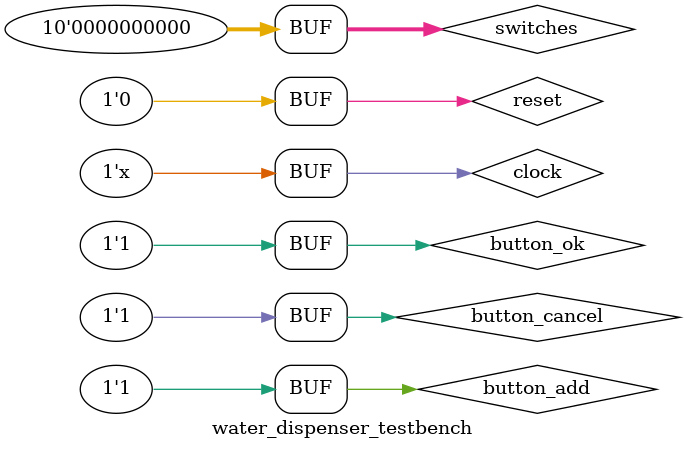
<source format=v>
`timescale 10ns/1ns

module water_dispenser_testbench;
  localparam SWITCH_COUNT = 10;
  
  reg clock;
	reg reset;
	
	reg [SWITCH_COUNT - 1 : 0] switches;
	
	reg button_add;
	reg button_ok;
	reg button_cancel;
  
  wire integer total_amount_in_ml;
  
  water_dispenser
  #(.NS_PER_ML(1))
  dispenser
  (
    .clock(clock),
	  .reset(reset),
	
	  .switches(switches),
	
	  .button_add(button_add),
	  .button_ok(button_ok),
	  .button_cancel(button_cancel),
	
	  .total_amount_in_ml(total_amount_in_ml)
  );
  
  initial begin
    clock = 0;
	  reset = 0;
	
	  switches = 0;
	
	  button_add = 1;
	  button_ok = 1;
	  button_cancel = 1;
  end
  
  always #1 begin
    clock = ~clock;
  end
  
  initial begin
    // Inicializacao
    reset = 1;
    # 7;
    reset = 0;
    
    // Numero maximo de digitos
    
    // 1
    #15;
    switches[3] = 1;
    #14;
    button_add = 0;
    #9;
    button_add = 1;
    #8;
    switches[3] = 0;
    
    // 2
    #5;
    switches[1] = 1;
    #14;
    button_add = 0;
    #9;
    button_add = 1;
    #8;
    switches[1] = 0;
    
    // 3
    #10;
    switches[9] = 1;
    #6;
    button_add = 0;
    #20;
    button_add = 1;
    #10;
    switches[9] = 0;
    
    // 4
    #13;
    switches[0] = 1;
    #5;
    button_add = 0;
    #10;
    button_add = 1;
    #4;
    switches[0] = 0;
    
    // 5 - deve ser ignorado
    #9;
    switches[6] = 1;
    #11;
    button_add = 0;
    #12;
    button_add = 1;
    #5;
    switches[6] = 0;
    
    // 6 - deve ser ignorado
    #9;
    switches[4] = 1;
    #11;
    button_add = 0;
    #12;
    button_add = 1;
    #5;
    switches[4] = 0;
    
    // Zerar quantidade
    #8;
    button_cancel = 0;
    #14;
    button_cancel = 1;
    
    // Se mais de um digito estiver pressionado,
    // inserir o menor
    
   // 8, (3), 6
   #5;
    switches[8] = 1;
    #5;
    switches[3] = 1;
    #5;
    switches[6] = 1;
    #11;
    button_add = 0;
    #12;
    button_add = 1;
    #7;
    switches[8] = 0;
    #5;
    switches[3] = 0;
    #5;
    switches[6] = 0;
    
   // 9, 5, (0)
   #5;
    switches[9] = 1;
    #5;
    switches[5] = 1;
    #5;
    switches[0] = 1;
    #11;
    button_add = 0;
    #12;
    button_add = 1;
    #7;
    switches[9] = 0;
    #5;
    switches[5] = 0;
    #5;
    switches[0] = 0;
    
    // Zerar quantidade
    #4;
    button_cancel = 0;
    #14;
    button_cancel = 1;
    
    // Nao deve tentar despejar 0 ml
    
    // 0
    #5;
    switches[0] = 1;
    #14;
    button_add = 0;
    #9;
    button_add = 1;
    #8;
    switches[0] = 0;
    
    // 0
    #12;
    switches[0] = 1;
    #5;
    button_add = 0;
    #6;
    button_add = 1;
    #7;
    switches[0] = 0;
    
    // OK
    #7;
    button_ok = 0;
    #8;
    button_ok = 1;
    
    // Despejar 640 ml
    
    // 6
    #15;
    switches[6] = 1;
    #14;
    button_add = 0;
    #9;
    button_add = 1;
    #8;
    switches[6] = 0;
    
    // 4
    #5;
    switches[4] = 1;
    #14;
    button_add = 0;
    #9;
    button_add = 1;
    #8;
    switches[4] = 0;
    
    // 0
    #10;
    switches[0] = 1;
    #6;
    button_add = 0;
    #12;
    button_add = 1;
    #10;
    switches[0] = 0;
    
    // OK
    #15;
    button_ok = 0;
    #13;
    button_ok = 1;
    
    // Cancelar
    #25;
    button_cancel = 0;
    #5;
    button_cancel = 1;
    
    // Despejar 1380 ml
    
    // 1
    #15;
    switches[1] = 1;
    #14;
    button_add = 0;
    #9;
    button_add = 1;
    #8;
    switches[1] = 0;
    
    // 3
    #5;
    switches[3] = 1;
    #14;
    button_add = 0;
    #9;
    button_add = 1;
    #8;
    switches[3] = 0;
    
    // 8
    #10;
    switches[8] = 1;
    #6;
    button_add = 0;
    #12;
    button_add = 1;
    #10;
    switches[8] = 0;
    
    // 0
    #10;
    switches[0] = 1;
    #6;
    button_add = 0;
    #12;
    button_add = 1;
    #10;
    switches[0] = 0;
    
    // OK
    #15;
    button_ok = 0;
    #13;
    button_ok = 1;
    
    // Pressionar outros botoes nao deve interromper o processo
    
     // 8
    #10;
    switches[8] = 1;
    #6;
    button_add = 0;
    #12;
    button_add = 1;
    #10;
    switches[8] = 0;
    
    // 0
    #10;
    switches[0] = 1;
    #6;
    button_add = 0;
    #12;
    button_add = 1;
    #10;
    switches[0] = 0;
    
    // OK
    #15;
    button_ok = 0;
    #13;
    button_ok = 1;
  end
endmodule

</source>
